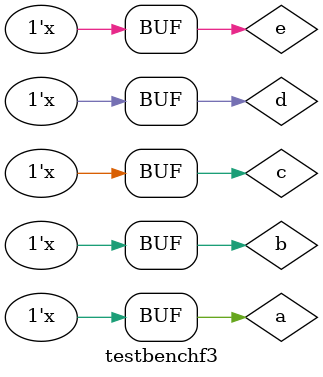
<source format=v>
`timescale 1ns / 1ps


module testbenchf3;

	// Inputs
	reg a;
	reg b;
	reg c;
	reg d;
	reg e;

	// Outputs
	wire op;

	// Instantiate the Unit Under Test (UUT)
	f3 uut (
		.a(a), 
		.b(b), 
		.c(c), 
		.d(d), 
		.e(e), 
		.op(op)
	);

	initial begin
		// Initialize Inputs
		a = 0;
		b = 0;
		c = 0;
		d = 0;
		e = 0;

		// Wait 100 ns for global reset to finish
		#100;
        
		// Add stimulus here

	end
	always #1 e=~e;
	always #2 d=~d;
	always #4 c=~c;
	always #8 b=~b;
	always #16 a=~a;
	
endmodule


</source>
